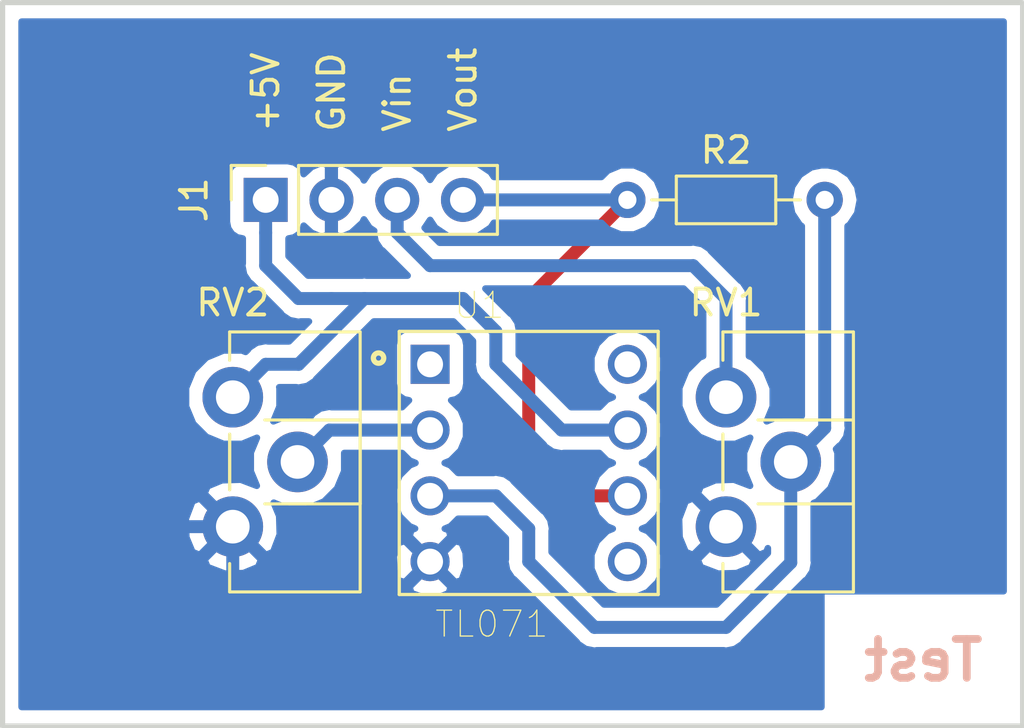
<source format=kicad_pcb>
(kicad_pcb (version 20171130) (host pcbnew "(5.0.0)")

  (general
    (thickness 1.6)
    (drawings 9)
    (tracks 46)
    (zones 0)
    (modules 5)
    (nets 10)
  )

  (page A4)
  (layers
    (0 F.Cu signal)
    (31 B.Cu signal)
    (32 B.Adhes user)
    (33 F.Adhes user)
    (34 B.Paste user)
    (35 F.Paste user)
    (36 B.SilkS user)
    (37 F.SilkS user)
    (38 B.Mask user)
    (39 F.Mask user)
    (40 Dwgs.User user)
    (41 Cmts.User user)
    (42 Eco1.User user)
    (43 Eco2.User user)
    (44 Edge.Cuts user)
    (45 Margin user)
    (46 B.CrtYd user)
    (47 F.CrtYd user)
    (48 B.Fab user)
    (49 F.Fab user)
  )

  (setup
    (last_trace_width 0.25)
    (trace_clearance 0.2)
    (zone_clearance 0.508)
    (zone_45_only no)
    (trace_min 0.2)
    (segment_width 0.2)
    (edge_width 0.15)
    (via_size 0.8)
    (via_drill 0.4)
    (via_min_size 0.4)
    (via_min_drill 0.3)
    (uvia_size 0.3)
    (uvia_drill 0.1)
    (uvias_allowed no)
    (uvia_min_size 0.2)
    (uvia_min_drill 0.1)
    (pcb_text_width 0.3)
    (pcb_text_size 1.5 1.5)
    (mod_edge_width 0.15)
    (mod_text_size 1 1)
    (mod_text_width 0.15)
    (pad_size 1.524 1.524)
    (pad_drill 0.762)
    (pad_to_mask_clearance 0.2)
    (aux_axis_origin 0 0)
    (visible_elements 7FFFFFFF)
    (pcbplotparams
      (layerselection 0x010fc_ffffffff)
      (usegerberextensions false)
      (usegerberattributes false)
      (usegerberadvancedattributes false)
      (creategerberjobfile false)
      (excludeedgelayer true)
      (linewidth 0.100000)
      (plotframeref false)
      (viasonmask false)
      (mode 1)
      (useauxorigin false)
      (hpglpennumber 1)
      (hpglpenspeed 20)
      (hpglpendiameter 15.000000)
      (psnegative false)
      (psa4output false)
      (plotreference true)
      (plotvalue true)
      (plotinvisibletext false)
      (padsonsilk false)
      (subtractmaskfromsilk false)
      (outputformat 1)
      (mirror false)
      (drillshape 1)
      (scaleselection 1)
      (outputdirectory ""))
  )

  (net 0 "")
  (net 1 /Vout)
  (net 2 "Net-(R2-Pad2)")
  (net 3 GND)
  (net 4 /Vin)
  (net 5 +5V)
  (net 6 /Vref)
  (net 7 "Net-(U1-Pad1)")
  (net 8 "Net-(U1-Pad5)")
  (net 9 "Net-(U1-Pad8)")

  (net_class Default "Ceci est la Netclass par défaut."
    (clearance 0.2)
    (trace_width 0.25)
    (via_dia 0.8)
    (via_drill 0.4)
    (uvia_dia 0.3)
    (uvia_drill 0.1)
  )

  (net_class Prod_GP ""
    (clearance 0.4)
    (trace_width 0.5)
    (via_dia 1.6)
    (via_drill 0.8)
    (uvia_dia 0.3)
    (uvia_drill 0.1)
    (add_net +5V)
    (add_net /Vin)
    (add_net /Vout)
    (add_net /Vref)
    (add_net GND)
    (add_net "Net-(R2-Pad2)")
    (add_net "Net-(U1-Pad1)")
    (add_net "Net-(U1-Pad5)")
    (add_net "Net-(U1-Pad8)")
  )

  (module Connector_DIP_Female:TE_1-2199298-2 (layer F.Cu) (tedit 0) (tstamp 5BD4D73F)
    (at 93.98 52.07)
    (path /5BB5EFF0)
    (fp_text reference U1 (at -1.91073 -6.08734) (layer F.SilkS)
      (effects (font (size 1.00039 1.00039) (thickness 0.05)))
    )
    (fp_text value TL071 (at -1.42698 6.22358) (layer F.SilkS)
      (effects (font (size 1.00138 1.00138) (thickness 0.05)))
    )
    (fp_line (start -5 -5.08) (end 5 -5.08) (layer F.SilkS) (width 0.127))
    (fp_line (start 5 -5.08) (end 5 5.08) (layer F.SilkS) (width 0.127))
    (fp_line (start 5 5.08) (end -5 5.08) (layer F.SilkS) (width 0.127))
    (fp_line (start -5 5.08) (end -5 -5.08) (layer F.SilkS) (width 0.127))
    (fp_line (start -5.25 -5.33) (end 5.25 -5.33) (layer Eco1.User) (width 0.05))
    (fp_line (start 5.25 -5.33) (end 5.25 5.33) (layer Eco1.User) (width 0.05))
    (fp_line (start 5.25 5.33) (end -5.25 5.33) (layer Eco1.User) (width 0.05))
    (fp_line (start -5.25 5.33) (end -5.25 -5.33) (layer Eco1.User) (width 0.05))
    (fp_circle (center -5.8 -4.05) (end -5.6 -4.05) (layer F.SilkS) (width 0.2032))
    (fp_line (start -5 -5.08) (end 5 -5.08) (layer Dwgs.User) (width 0.127))
    (fp_line (start 5 -5.08) (end 5 5.08) (layer Dwgs.User) (width 0.127))
    (fp_line (start 5 5.08) (end -5 5.08) (layer Dwgs.User) (width 0.127))
    (fp_line (start -5 5.08) (end -5 -5.08) (layer Dwgs.User) (width 0.127))
    (fp_circle (center -5.8 -4.05) (end -5.6 -4.05) (layer Dwgs.User) (width 0.2032))
    (pad 1 thru_hole rect (at -3.81 -3.81) (size 1.508 1.508) (drill 1) (layers *.Cu *.Mask)
      (net 7 "Net-(U1-Pad1)"))
    (pad 2 thru_hole circle (at -3.81 -1.27) (size 1.508 1.508) (drill 1) (layers *.Cu *.Mask)
      (net 6 /Vref))
    (pad 3 thru_hole circle (at -3.81 1.27) (size 1.508 1.508) (drill 1) (layers *.Cu *.Mask)
      (net 2 "Net-(R2-Pad2)"))
    (pad 4 thru_hole circle (at -3.81 3.81) (size 1.508 1.508) (drill 1) (layers *.Cu *.Mask)
      (net 3 GND))
    (pad 5 thru_hole circle (at 3.81 3.81) (size 1.508 1.508) (drill 1) (layers *.Cu *.Mask)
      (net 8 "Net-(U1-Pad5)"))
    (pad 6 thru_hole circle (at 3.81 1.27) (size 1.508 1.508) (drill 1) (layers *.Cu *.Mask)
      (net 1 /Vout))
    (pad 7 thru_hole circle (at 3.81 -1.27) (size 1.508 1.508) (drill 1) (layers *.Cu *.Mask)
      (net 5 +5V))
    (pad 8 thru_hole circle (at 3.81 -3.81) (size 1.508 1.508) (drill 1) (layers *.Cu *.Mask)
      (net 9 "Net-(U1-Pad8)"))
  )

  (module Resistor_THT:R_Axial_DIN0204_L3.6mm_D1.6mm_P7.62mm_Horizontal (layer F.Cu) (tedit 5AE5139B) (tstamp 5BD4DB7F)
    (at 97.79 41.91)
    (descr "Resistor, Axial_DIN0204 series, Axial, Horizontal, pin pitch=7.62mm, 0.167W, length*diameter=3.6*1.6mm^2, http://cdn-reichelt.de/documents/datenblatt/B400/1_4W%23YAG.pdf")
    (tags "Resistor Axial_DIN0204 series Axial Horizontal pin pitch 7.62mm 0.167W length 3.6mm diameter 1.6mm")
    (path /5BB5F1B3)
    (fp_text reference R2 (at 3.81 -1.92) (layer F.SilkS)
      (effects (font (size 1 1) (thickness 0.15)))
    )
    (fp_text value 10k (at 3.81 1.92) (layer F.Fab)
      (effects (font (size 1 1) (thickness 0.15)))
    )
    (fp_line (start 2.01 -0.8) (end 2.01 0.8) (layer F.Fab) (width 0.1))
    (fp_line (start 2.01 0.8) (end 5.61 0.8) (layer F.Fab) (width 0.1))
    (fp_line (start 5.61 0.8) (end 5.61 -0.8) (layer F.Fab) (width 0.1))
    (fp_line (start 5.61 -0.8) (end 2.01 -0.8) (layer F.Fab) (width 0.1))
    (fp_line (start 0 0) (end 2.01 0) (layer F.Fab) (width 0.1))
    (fp_line (start 7.62 0) (end 5.61 0) (layer F.Fab) (width 0.1))
    (fp_line (start 1.89 -0.92) (end 1.89 0.92) (layer F.SilkS) (width 0.12))
    (fp_line (start 1.89 0.92) (end 5.73 0.92) (layer F.SilkS) (width 0.12))
    (fp_line (start 5.73 0.92) (end 5.73 -0.92) (layer F.SilkS) (width 0.12))
    (fp_line (start 5.73 -0.92) (end 1.89 -0.92) (layer F.SilkS) (width 0.12))
    (fp_line (start 0.94 0) (end 1.89 0) (layer F.SilkS) (width 0.12))
    (fp_line (start 6.68 0) (end 5.73 0) (layer F.SilkS) (width 0.12))
    (fp_line (start -0.95 -1.05) (end -0.95 1.05) (layer F.CrtYd) (width 0.05))
    (fp_line (start -0.95 1.05) (end 8.57 1.05) (layer F.CrtYd) (width 0.05))
    (fp_line (start 8.57 1.05) (end 8.57 -1.05) (layer F.CrtYd) (width 0.05))
    (fp_line (start 8.57 -1.05) (end -0.95 -1.05) (layer F.CrtYd) (width 0.05))
    (fp_text user %R (at 3.81 0) (layer F.Fab)
      (effects (font (size 0.72 0.72) (thickness 0.108)))
    )
    (pad 1 thru_hole circle (at 0 0) (size 1.4 1.4) (drill 0.7) (layers *.Cu *.Mask)
      (net 1 /Vout))
    (pad 2 thru_hole oval (at 7.62 0) (size 1.4 1.4) (drill 0.7) (layers *.Cu *.Mask)
      (net 2 "Net-(R2-Pad2)"))
    (model ${KISYS3DMOD}/Resistor_THT.3dshapes/R_Axial_DIN0204_L3.6mm_D1.6mm_P7.62mm_Horizontal.wrl
      (at (xyz 0 0 0))
      (scale (xyz 1 1 1))
      (rotate (xyz 0 0 0))
    )
  )

  (module Potentiometer_THT:Potentiometer_ACP_CA9-H2,5_Horizontal (layer F.Cu) (tedit 5A3D4994) (tstamp 5BD4D707)
    (at 101.6 49.53)
    (descr "Potentiometer, horizontal, ACP CA9-H2,5, http://www.acptechnologies.com/wp-content/uploads/2017/05/02-ACP-CA9-CE9.pdf")
    (tags "Potentiometer horizontal ACP CA9-H2,5")
    (path /5BB5FA67)
    (fp_text reference RV1 (at 0 -3.65) (layer F.SilkS)
      (effects (font (size 1 1) (thickness 0.15)))
    )
    (fp_text value 10k (at 0 8.65) (layer F.Fab)
      (effects (font (size 1 1) (thickness 0.15)))
    )
    (fp_line (start 4.8 -2.4) (end 4.8 7.4) (layer F.Fab) (width 0.1))
    (fp_line (start 4.8 7.4) (end 0 7.4) (layer F.Fab) (width 0.1))
    (fp_line (start 0 7.4) (end 0 -2.4) (layer F.Fab) (width 0.1))
    (fp_line (start 0 -2.4) (end 4.8 -2.4) (layer F.Fab) (width 0.1))
    (fp_line (start 0 1) (end 0 4) (layer F.Fab) (width 0.1))
    (fp_line (start 0 4) (end 4.8 4) (layer F.Fab) (width 0.1))
    (fp_line (start 4.8 4) (end 4.8 1) (layer F.Fab) (width 0.1))
    (fp_line (start 4.8 1) (end 0 1) (layer F.Fab) (width 0.1))
    (fp_line (start -0.121 -2.521) (end 4.92 -2.521) (layer F.SilkS) (width 0.12))
    (fp_line (start -0.121 7.52) (end 4.92 7.52) (layer F.SilkS) (width 0.12))
    (fp_line (start 4.92 -2.521) (end 4.92 7.52) (layer F.SilkS) (width 0.12))
    (fp_line (start -0.121 6.425) (end -0.121 7.52) (layer F.SilkS) (width 0.12))
    (fp_line (start -0.121 -2.521) (end -0.121 -1.426) (layer F.SilkS) (width 0.12))
    (fp_line (start -0.121 1.426) (end -0.121 3.575) (layer F.SilkS) (width 0.12))
    (fp_line (start 1.237 0.88) (end 4.92 0.88) (layer F.SilkS) (width 0.12))
    (fp_line (start 1.237 4.12) (end 4.92 4.12) (layer F.SilkS) (width 0.12))
    (fp_line (start -0.121 1.426) (end -0.121 3.575) (layer F.SilkS) (width 0.12))
    (fp_line (start 4.92 0.88) (end 4.92 4.12) (layer F.SilkS) (width 0.12))
    (fp_line (start -1.45 -2.7) (end -1.45 7.65) (layer F.CrtYd) (width 0.05))
    (fp_line (start -1.45 7.65) (end 5.05 7.65) (layer F.CrtYd) (width 0.05))
    (fp_line (start 5.05 7.65) (end 5.05 -2.7) (layer F.CrtYd) (width 0.05))
    (fp_line (start 5.05 -2.7) (end -1.45 -2.7) (layer F.CrtYd) (width 0.05))
    (fp_text user %R (at 2.4 2.5) (layer F.Fab)
      (effects (font (size 1 1) (thickness 0.15)))
    )
    (pad 3 thru_hole circle (at 0 5) (size 2.34 2.34) (drill 1.3) (layers *.Cu *.Mask)
      (net 3 GND))
    (pad 2 thru_hole circle (at 2.5 2.5) (size 2.34 2.34) (drill 1.3) (layers *.Cu *.Mask)
      (net 2 "Net-(R2-Pad2)"))
    (pad 1 thru_hole circle (at 0 0) (size 2.34 2.34) (drill 1.3) (layers *.Cu *.Mask)
      (net 4 /Vin))
    (model ${KISYS3DMOD}/Potentiometer_THT.3dshapes/Potentiometer_ACP_CA9-H2,5_Horizontal.wrl
      (at (xyz 0 0 0))
      (scale (xyz 1 1 1))
      (rotate (xyz 0 0 0))
    )
  )

  (module Potentiometer_THT:Potentiometer_ACP_CA9-H2,5_Horizontal (layer F.Cu) (tedit 5A3D4994) (tstamp 5BD4D725)
    (at 82.55 49.53)
    (descr "Potentiometer, horizontal, ACP CA9-H2,5, http://www.acptechnologies.com/wp-content/uploads/2017/05/02-ACP-CA9-CE9.pdf")
    (tags "Potentiometer horizontal ACP CA9-H2,5")
    (path /5BBC4E38)
    (fp_text reference RV2 (at 0 -3.65) (layer F.SilkS)
      (effects (font (size 1 1) (thickness 0.15)))
    )
    (fp_text value 10k (at 0 8.65) (layer F.Fab)
      (effects (font (size 1 1) (thickness 0.15)))
    )
    (fp_text user %R (at 2.4 2.5) (layer F.Fab)
      (effects (font (size 1 1) (thickness 0.15)))
    )
    (fp_line (start 5.05 -2.7) (end -1.45 -2.7) (layer F.CrtYd) (width 0.05))
    (fp_line (start 5.05 7.65) (end 5.05 -2.7) (layer F.CrtYd) (width 0.05))
    (fp_line (start -1.45 7.65) (end 5.05 7.65) (layer F.CrtYd) (width 0.05))
    (fp_line (start -1.45 -2.7) (end -1.45 7.65) (layer F.CrtYd) (width 0.05))
    (fp_line (start 4.92 0.88) (end 4.92 4.12) (layer F.SilkS) (width 0.12))
    (fp_line (start -0.121 1.426) (end -0.121 3.575) (layer F.SilkS) (width 0.12))
    (fp_line (start 1.237 4.12) (end 4.92 4.12) (layer F.SilkS) (width 0.12))
    (fp_line (start 1.237 0.88) (end 4.92 0.88) (layer F.SilkS) (width 0.12))
    (fp_line (start -0.121 1.426) (end -0.121 3.575) (layer F.SilkS) (width 0.12))
    (fp_line (start -0.121 -2.521) (end -0.121 -1.426) (layer F.SilkS) (width 0.12))
    (fp_line (start -0.121 6.425) (end -0.121 7.52) (layer F.SilkS) (width 0.12))
    (fp_line (start 4.92 -2.521) (end 4.92 7.52) (layer F.SilkS) (width 0.12))
    (fp_line (start -0.121 7.52) (end 4.92 7.52) (layer F.SilkS) (width 0.12))
    (fp_line (start -0.121 -2.521) (end 4.92 -2.521) (layer F.SilkS) (width 0.12))
    (fp_line (start 4.8 1) (end 0 1) (layer F.Fab) (width 0.1))
    (fp_line (start 4.8 4) (end 4.8 1) (layer F.Fab) (width 0.1))
    (fp_line (start 0 4) (end 4.8 4) (layer F.Fab) (width 0.1))
    (fp_line (start 0 1) (end 0 4) (layer F.Fab) (width 0.1))
    (fp_line (start 0 -2.4) (end 4.8 -2.4) (layer F.Fab) (width 0.1))
    (fp_line (start 0 7.4) (end 0 -2.4) (layer F.Fab) (width 0.1))
    (fp_line (start 4.8 7.4) (end 0 7.4) (layer F.Fab) (width 0.1))
    (fp_line (start 4.8 -2.4) (end 4.8 7.4) (layer F.Fab) (width 0.1))
    (pad 1 thru_hole circle (at 0 0) (size 2.34 2.34) (drill 1.3) (layers *.Cu *.Mask)
      (net 5 +5V))
    (pad 2 thru_hole circle (at 2.5 2.5) (size 2.34 2.34) (drill 1.3) (layers *.Cu *.Mask)
      (net 6 /Vref))
    (pad 3 thru_hole circle (at 0 5) (size 2.34 2.34) (drill 1.3) (layers *.Cu *.Mask)
      (net 3 GND))
    (model ${KISYS3DMOD}/Potentiometer_THT.3dshapes/Potentiometer_ACP_CA9-H2,5_Horizontal.wrl
      (at (xyz 0 0 0))
      (scale (xyz 1 1 1))
      (rotate (xyz 0 0 0))
    )
  )

  (module Connector_PinSocket_2.54mm:PinSocket_1x04_P2.54mm_Vertical (layer F.Cu) (tedit 5A19A429) (tstamp 5BD4E5E6)
    (at 83.82 41.91 90)
    (descr "Through hole straight socket strip, 1x04, 2.54mm pitch, single row (from Kicad 4.0.7), script generated")
    (tags "Through hole socket strip THT 1x04 2.54mm single row")
    (path /5BBC5512)
    (fp_text reference J1 (at 0 -2.77 90) (layer F.SilkS)
      (effects (font (size 1 1) (thickness 0.15)))
    )
    (fp_text value Conn_01x04_Female (at 2.54 5.08 180) (layer F.Fab)
      (effects (font (size 1 1) (thickness 0.15)))
    )
    (fp_line (start -1.27 -1.27) (end 0.635 -1.27) (layer F.Fab) (width 0.1))
    (fp_line (start 0.635 -1.27) (end 1.27 -0.635) (layer F.Fab) (width 0.1))
    (fp_line (start 1.27 -0.635) (end 1.27 8.89) (layer F.Fab) (width 0.1))
    (fp_line (start 1.27 8.89) (end -1.27 8.89) (layer F.Fab) (width 0.1))
    (fp_line (start -1.27 8.89) (end -1.27 -1.27) (layer F.Fab) (width 0.1))
    (fp_line (start -1.33 1.27) (end 1.33 1.27) (layer F.SilkS) (width 0.12))
    (fp_line (start -1.33 1.27) (end -1.33 8.95) (layer F.SilkS) (width 0.12))
    (fp_line (start -1.33 8.95) (end 1.33 8.95) (layer F.SilkS) (width 0.12))
    (fp_line (start 1.33 1.27) (end 1.33 8.95) (layer F.SilkS) (width 0.12))
    (fp_line (start 1.33 -1.33) (end 1.33 0) (layer F.SilkS) (width 0.12))
    (fp_line (start 0 -1.33) (end 1.33 -1.33) (layer F.SilkS) (width 0.12))
    (fp_line (start -1.8 -1.8) (end 1.75 -1.8) (layer F.CrtYd) (width 0.05))
    (fp_line (start 1.75 -1.8) (end 1.75 9.4) (layer F.CrtYd) (width 0.05))
    (fp_line (start 1.75 9.4) (end -1.8 9.4) (layer F.CrtYd) (width 0.05))
    (fp_line (start -1.8 9.4) (end -1.8 -1.8) (layer F.CrtYd) (width 0.05))
    (fp_text user %R (at 0 3.81 180) (layer F.Fab)
      (effects (font (size 1 1) (thickness 0.15)))
    )
    (pad 1 thru_hole rect (at 0 0 90) (size 1.7 1.7) (drill 1) (layers *.Cu *.Mask)
      (net 5 +5V))
    (pad 2 thru_hole oval (at 0 2.54 90) (size 1.7 1.7) (drill 1) (layers *.Cu *.Mask)
      (net 3 GND))
    (pad 3 thru_hole oval (at 0 5.08 90) (size 1.7 1.7) (drill 1) (layers *.Cu *.Mask)
      (net 4 /Vin))
    (pad 4 thru_hole oval (at 0 7.62 90) (size 1.7 1.7) (drill 1) (layers *.Cu *.Mask)
      (net 1 /Vout))
    (model ${KISYS3DMOD}/Connector_PinSocket_2.54mm.3dshapes/PinSocket_1x04_P2.54mm_Vertical.wrl
      (at (xyz 0 0 0))
      (scale (xyz 1 1 1))
      (rotate (xyz 0 0 0))
    )
  )

  (gr_text Vout (at 91.44 39.37 90) (layer F.SilkS)
    (effects (font (size 1 1) (thickness 0.15)) (justify left))
  )
  (gr_text Vin (at 88.9 39.37 90) (layer F.SilkS)
    (effects (font (size 1 1) (thickness 0.15)) (justify left))
  )
  (gr_text GND (at 86.36 39.37 90) (layer F.SilkS)
    (effects (font (size 1 1) (thickness 0.15)) (justify left))
  )
  (gr_text +5V (at 83.82 39.37 90) (layer F.SilkS)
    (effects (font (size 1 1) (thickness 0.15)) (justify left))
  )
  (gr_text Test (at 109.22 59.69) (layer B.SilkS)
    (effects (font (size 1.5 1.5) (thickness 0.3)) (justify mirror))
  )
  (gr_line (start 113.03 62.23) (end 113.03 34.29) (layer Edge.Cuts) (width 0.15))
  (gr_line (start 73.66 62.23) (end 73.66 34.29) (layer Edge.Cuts) (width 0.2))
  (gr_line (start 113.03 62.23) (end 73.66 62.23) (layer Edge.Cuts) (width 0.2))
  (gr_line (start 73.66 34.29) (end 113.03 34.29) (layer Edge.Cuts) (width 0.2))

  (segment (start 91.44 41.91) (end 97.79 41.91) (width 0.5) (layer B.Cu) (net 1))
  (segment (start 95.25 53.34) (end 97.79 53.34) (width 0.5) (layer F.Cu) (net 1))
  (segment (start 93.98 52.07) (end 95.25 53.34) (width 0.5) (layer F.Cu) (net 1))
  (segment (start 97.79 41.91) (end 93.98 45.72) (width 0.5) (layer F.Cu) (net 1))
  (segment (start 93.98 45.72) (end 93.98 52.07) (width 0.5) (layer F.Cu) (net 1))
  (segment (start 105.41 50.72) (end 104.1 52.03) (width 0.5) (layer B.Cu) (net 2))
  (segment (start 105.41 41.91) (end 105.41 50.72) (width 0.5) (layer B.Cu) (net 2))
  (segment (start 90.17 53.34) (end 92.71 53.34) (width 0.5) (layer B.Cu) (net 2))
  (segment (start 92.71 53.34) (end 93.98 54.61) (width 0.5) (layer B.Cu) (net 2))
  (segment (start 93.98 54.61) (end 93.98 55.88) (width 0.5) (layer B.Cu) (net 2))
  (segment (start 93.98 55.88) (end 96.52 58.42) (width 0.5) (layer B.Cu) (net 2))
  (segment (start 96.52 58.42) (end 101.6 58.42) (width 0.5) (layer B.Cu) (net 2))
  (segment (start 104.1 55.92) (end 104.1 52.03) (width 0.5) (layer B.Cu) (net 2))
  (segment (start 101.6 58.42) (end 104.1 55.92) (width 0.5) (layer B.Cu) (net 2))
  (segment (start 87.63 58.42) (end 90.17 55.88) (width 0.5) (layer B.Cu) (net 3))
  (segment (start 82.55 57.15) (end 83.82 58.42) (width 0.5) (layer B.Cu) (net 3))
  (segment (start 87.63 58.42) (end 83.82 58.42) (width 0.5) (layer B.Cu) (net 3))
  (segment (start 82.55 54.53) (end 82.55 57.15) (width 0.5) (layer B.Cu) (net 3))
  (segment (start 86.36 39.37) (end 86.36 41.91) (width 0.5) (layer B.Cu) (net 3))
  (segment (start 82.55 54.53) (end 79.93 54.53) (width 0.5) (layer B.Cu) (net 3))
  (segment (start 78.74 53.34) (end 78.74 40.64) (width 0.5) (layer B.Cu) (net 3))
  (segment (start 79.93 54.53) (end 78.74 53.34) (width 0.5) (layer B.Cu) (net 3))
  (segment (start 81.28 38.1) (end 85.09 38.1) (width 0.5) (layer B.Cu) (net 3))
  (segment (start 78.74 40.64) (end 81.28 38.1) (width 0.5) (layer B.Cu) (net 3))
  (segment (start 85.09 38.1) (end 86.36 39.37) (width 0.5) (layer B.Cu) (net 3))
  (segment (start 101.6 45.72) (end 101.6 49.53) (width 0.5) (layer B.Cu) (net 4))
  (segment (start 100.33 44.45) (end 101.6 45.72) (width 0.5) (layer B.Cu) (net 4))
  (segment (start 90.17 44.45) (end 100.33 44.45) (width 0.5) (layer B.Cu) (net 4))
  (segment (start 88.9 41.91) (end 88.9 43.18) (width 0.5) (layer B.Cu) (net 4))
  (segment (start 88.9 43.18) (end 90.17 44.45) (width 0.5) (layer B.Cu) (net 4))
  (segment (start 83.82 44.45) (end 83.82 43.18) (width 0.5) (layer B.Cu) (net 5))
  (segment (start 95.25 50.8) (end 92.71 48.26) (width 0.5) (layer B.Cu) (net 5))
  (segment (start 97.79 50.8) (end 95.25 50.8) (width 0.5) (layer B.Cu) (net 5))
  (segment (start 83.82 43.18) (end 83.82 41.91) (width 0.5) (layer B.Cu) (net 5))
  (segment (start 92.71 48.26) (end 92.71 46.99) (width 0.5) (layer B.Cu) (net 5))
  (segment (start 92.71 46.99) (end 91.44 45.72) (width 0.5) (layer B.Cu) (net 5))
  (segment (start 85.09 45.72) (end 83.82 44.45) (width 0.5) (layer B.Cu) (net 5))
  (segment (start 86.36 45.72) (end 85.09 45.72) (width 0.5) (layer B.Cu) (net 5))
  (segment (start 86.36 46.99) (end 85.09 48.26) (width 0.5) (layer B.Cu) (net 5))
  (segment (start 83.82 48.26) (end 82.55 49.53) (width 0.5) (layer B.Cu) (net 5))
  (segment (start 85.09 48.26) (end 83.82 48.26) (width 0.5) (layer B.Cu) (net 5))
  (segment (start 86.36 46.99) (end 87.63 45.72) (width 0.5) (layer B.Cu) (net 5))
  (segment (start 91.44 45.72) (end 87.63 45.72) (width 0.5) (layer B.Cu) (net 5))
  (segment (start 87.63 45.72) (end 86.36 45.72) (width 0.5) (layer B.Cu) (net 5))
  (segment (start 85.05 52.03) (end 86.28 50.8) (width 0.5) (layer B.Cu) (net 6))
  (segment (start 86.28 50.8) (end 90.17 50.8) (width 0.5) (layer B.Cu) (net 6))

  (zone (net 3) (net_name GND) (layer B.Cu) (tstamp 0) (hatch edge 0.508)
    (connect_pads (clearance 0.508))
    (min_thickness 0.254)
    (fill yes (arc_segments 16) (thermal_gap 0.508) (thermal_bridge_width 0.508))
    (polygon
      (pts
        (xy 73.66 34.29) (xy 113.03 34.29) (xy 113.03 62.23) (xy 73.66 62.23)
      )
    )
    (filled_polygon
      (pts
        (xy 112.32 57.023) (xy 105.41 57.023) (xy 105.361399 57.032667) (xy 105.320197 57.060197) (xy 105.292667 57.101399)
        (xy 105.283 57.15) (xy 105.283 61.495) (xy 74.395 61.495) (xy 74.395 56.854416) (xy 89.375189 56.854416)
        (xy 89.443671 57.095772) (xy 89.964214 57.281181) (xy 90.516088 57.253273) (xy 90.896329 57.095772) (xy 90.964811 56.854416)
        (xy 90.17 56.059605) (xy 89.375189 56.854416) (xy 74.395 56.854416) (xy 74.395 55.805486) (xy 81.45412 55.805486)
        (xy 81.573586 56.089984) (xy 82.24489 56.344894) (xy 82.962646 56.323504) (xy 83.526414 56.089984) (xy 83.64588 55.805486)
        (xy 83.514609 55.674214) (xy 88.768819 55.674214) (xy 88.796727 56.226088) (xy 88.954228 56.606329) (xy 89.195584 56.674811)
        (xy 89.990395 55.88) (xy 90.349605 55.88) (xy 91.144416 56.674811) (xy 91.385772 56.606329) (xy 91.571181 56.085786)
        (xy 91.543273 55.533912) (xy 91.385772 55.153671) (xy 91.144416 55.085189) (xy 90.349605 55.88) (xy 89.990395 55.88)
        (xy 89.195584 55.085189) (xy 88.954228 55.153671) (xy 88.768819 55.674214) (xy 83.514609 55.674214) (xy 82.55 54.709605)
        (xy 81.45412 55.805486) (xy 74.395 55.805486) (xy 74.395 54.22489) (xy 80.735106 54.22489) (xy 80.756496 54.942646)
        (xy 80.990016 55.506414) (xy 81.274514 55.62588) (xy 82.370395 54.53) (xy 81.274514 53.43412) (xy 80.990016 53.553586)
        (xy 80.735106 54.22489) (xy 74.395 54.22489) (xy 74.395 49.170963) (xy 80.745 49.170963) (xy 80.745 49.889037)
        (xy 81.019795 50.55245) (xy 81.52755 51.060205) (xy 82.190963 51.335) (xy 82.909037 51.335) (xy 83.482562 51.097438)
        (xy 83.245 51.670963) (xy 83.245 52.389037) (xy 83.478041 52.951648) (xy 82.85511 52.715106) (xy 82.137354 52.736496)
        (xy 81.573586 52.970016) (xy 81.45412 53.254514) (xy 82.55 54.350395) (xy 82.564142 54.336252) (xy 82.743748 54.515858)
        (xy 82.729605 54.53) (xy 83.825486 55.62588) (xy 84.109984 55.506414) (xy 84.364894 54.83511) (xy 84.343504 54.117354)
        (xy 84.130366 53.602793) (xy 84.690963 53.835) (xy 85.409037 53.835) (xy 86.07245 53.560205) (xy 86.580205 53.05245)
        (xy 86.855 52.389037) (xy 86.855 51.685) (xy 89.090658 51.685) (xy 89.383195 51.977537) (xy 89.60642 52.07)
        (xy 89.383195 52.162463) (xy 88.992463 52.553195) (xy 88.781 53.063711) (xy 88.781 53.616289) (xy 88.992463 54.126805)
        (xy 89.383195 54.517537) (xy 89.590505 54.603408) (xy 89.443671 54.664228) (xy 89.375189 54.905584) (xy 90.17 55.700395)
        (xy 90.964811 54.905584) (xy 90.896329 54.664228) (xy 90.738435 54.607989) (xy 90.956805 54.517537) (xy 91.249342 54.225)
        (xy 92.343422 54.225) (xy 93.095 54.976579) (xy 93.095001 55.792835) (xy 93.077663 55.88) (xy 93.146348 56.225309)
        (xy 93.292576 56.444154) (xy 93.292578 56.444156) (xy 93.341952 56.518049) (xy 93.415845 56.567423) (xy 95.832577 58.984156)
        (xy 95.881951 59.058049) (xy 95.955844 59.107423) (xy 95.955845 59.107424) (xy 96.06688 59.181615) (xy 96.17469 59.253652)
        (xy 96.432835 59.305) (xy 96.432839 59.305) (xy 96.519999 59.322337) (xy 96.607159 59.305) (xy 101.512839 59.305)
        (xy 101.6 59.322337) (xy 101.687161 59.305) (xy 101.687165 59.305) (xy 101.94531 59.253652) (xy 102.238049 59.058049)
        (xy 102.287425 58.984153) (xy 104.664156 56.607423) (xy 104.738049 56.558049) (xy 104.880476 56.344894) (xy 104.933652 56.26531)
        (xy 104.941609 56.225309) (xy 104.985 56.007165) (xy 104.985 56.007161) (xy 105.002337 55.92) (xy 104.985 55.832839)
        (xy 104.985 53.617139) (xy 105.12245 53.560205) (xy 105.630205 53.05245) (xy 105.905 52.389037) (xy 105.905 51.670963)
        (xy 105.848066 51.533513) (xy 105.974156 51.407423) (xy 106.048049 51.358049) (xy 106.190198 51.14531) (xy 106.243652 51.06531)
        (xy 106.255141 51.00755) (xy 106.295 50.807165) (xy 106.295 50.807161) (xy 106.312337 50.72) (xy 106.295 50.632839)
        (xy 106.295 42.924252) (xy 106.372481 42.872481) (xy 106.667542 42.430891) (xy 106.771154 41.91) (xy 106.667542 41.389109)
        (xy 106.372481 40.947519) (xy 105.930891 40.652458) (xy 105.541485 40.575) (xy 105.278515 40.575) (xy 104.889109 40.652458)
        (xy 104.447519 40.947519) (xy 104.152458 41.389109) (xy 104.048846 41.91) (xy 104.152458 42.430891) (xy 104.447519 42.872481)
        (xy 104.525 42.924252) (xy 104.525001 50.252323) (xy 104.459037 50.225) (xy 103.740963 50.225) (xy 103.167438 50.462562)
        (xy 103.405 49.889037) (xy 103.405 49.170963) (xy 103.130205 48.50755) (xy 102.62245 47.999795) (xy 102.485 47.942861)
        (xy 102.485 45.807159) (xy 102.502337 45.719999) (xy 102.485 45.632839) (xy 102.485 45.632835) (xy 102.433652 45.37469)
        (xy 102.238049 45.081951) (xy 102.164156 45.032577) (xy 101.017425 43.885847) (xy 100.968049 43.811951) (xy 100.67531 43.616348)
        (xy 100.417165 43.565) (xy 100.417161 43.565) (xy 100.33 43.547663) (xy 100.242839 43.565) (xy 90.536579 43.565)
        (xy 89.959582 42.988004) (xy 89.970625 42.980625) (xy 90.17 42.682239) (xy 90.369375 42.980625) (xy 90.860582 43.308839)
        (xy 91.293744 43.395) (xy 91.586256 43.395) (xy 92.019418 43.308839) (xy 92.510625 42.980625) (xy 92.634656 42.795)
        (xy 96.787025 42.795) (xy 97.033783 43.041758) (xy 97.524452 43.245) (xy 98.055548 43.245) (xy 98.546217 43.041758)
        (xy 98.921758 42.666217) (xy 99.125 42.175548) (xy 99.125 41.644452) (xy 98.921758 41.153783) (xy 98.546217 40.778242)
        (xy 98.055548 40.575) (xy 97.524452 40.575) (xy 97.033783 40.778242) (xy 96.787025 41.025) (xy 92.634656 41.025)
        (xy 92.510625 40.839375) (xy 92.019418 40.511161) (xy 91.586256 40.425) (xy 91.293744 40.425) (xy 90.860582 40.511161)
        (xy 90.369375 40.839375) (xy 90.17 41.137761) (xy 89.970625 40.839375) (xy 89.479418 40.511161) (xy 89.046256 40.425)
        (xy 88.753744 40.425) (xy 88.320582 40.511161) (xy 87.829375 40.839375) (xy 87.616157 41.158478) (xy 87.555183 41.028642)
        (xy 87.126924 40.638355) (xy 86.71689 40.468524) (xy 86.487 40.589845) (xy 86.487 41.783) (xy 86.507 41.783)
        (xy 86.507 42.037) (xy 86.487 42.037) (xy 86.487 43.230155) (xy 86.71689 43.351476) (xy 87.126924 43.181645)
        (xy 87.555183 42.791358) (xy 87.616157 42.661522) (xy 87.829375 42.980625) (xy 88.012925 43.103269) (xy 87.997663 43.18)
        (xy 88.066348 43.525309) (xy 88.212576 43.744154) (xy 88.212578 43.744156) (xy 88.261952 43.818049) (xy 88.335845 43.867423)
        (xy 89.303421 44.835) (xy 87.717159 44.835) (xy 87.629999 44.817663) (xy 87.542839 44.835) (xy 85.456579 44.835)
        (xy 84.705 44.083422) (xy 84.705 43.400478) (xy 84.917765 43.358157) (xy 85.127809 43.217809) (xy 85.268157 43.007765)
        (xy 85.288739 42.904292) (xy 85.593076 43.181645) (xy 86.00311 43.351476) (xy 86.233 43.230155) (xy 86.233 42.037)
        (xy 86.213 42.037) (xy 86.213 41.783) (xy 86.233 41.783) (xy 86.233 40.589845) (xy 86.00311 40.468524)
        (xy 85.593076 40.638355) (xy 85.288739 40.915708) (xy 85.268157 40.812235) (xy 85.127809 40.602191) (xy 84.917765 40.461843)
        (xy 84.67 40.41256) (xy 82.97 40.41256) (xy 82.722235 40.461843) (xy 82.512191 40.602191) (xy 82.371843 40.812235)
        (xy 82.32256 41.06) (xy 82.32256 42.76) (xy 82.371843 43.007765) (xy 82.512191 43.217809) (xy 82.722235 43.358157)
        (xy 82.935001 43.400478) (xy 82.935 44.362839) (xy 82.917663 44.45) (xy 82.935 44.537161) (xy 82.935 44.537164)
        (xy 82.986348 44.795309) (xy 83.181951 45.088049) (xy 83.255846 45.137424) (xy 84.402576 46.284155) (xy 84.451951 46.358049)
        (xy 84.525844 46.407423) (xy 84.525845 46.407424) (xy 84.63688 46.481615) (xy 84.74469 46.553652) (xy 85.002835 46.605)
        (xy 85.002839 46.605) (xy 85.089999 46.622337) (xy 85.177159 46.605) (xy 85.493421 46.605) (xy 84.723422 47.375)
        (xy 83.907159 47.375) (xy 83.819999 47.357663) (xy 83.732839 47.375) (xy 83.732835 47.375) (xy 83.47469 47.426348)
        (xy 83.474688 47.426349) (xy 83.474689 47.426349) (xy 83.255845 47.572576) (xy 83.255844 47.572577) (xy 83.181951 47.621951)
        (xy 83.132577 47.695844) (xy 83.046487 47.781934) (xy 82.909037 47.725) (xy 82.190963 47.725) (xy 81.52755 47.999795)
        (xy 81.019795 48.50755) (xy 80.745 49.170963) (xy 74.395 49.170963) (xy 74.395 35.025) (xy 112.320001 35.025)
      )
    )
    (filled_polygon
      (pts
        (xy 100.715 46.086579) (xy 100.715001 47.942861) (xy 100.57755 47.999795) (xy 100.069795 48.50755) (xy 99.795 49.170963)
        (xy 99.795 49.889037) (xy 100.069795 50.55245) (xy 100.57755 51.060205) (xy 101.240963 51.335) (xy 101.959037 51.335)
        (xy 102.532562 51.097438) (xy 102.295 51.670963) (xy 102.295 52.389037) (xy 102.528041 52.951648) (xy 101.90511 52.715106)
        (xy 101.187354 52.736496) (xy 100.623586 52.970016) (xy 100.50412 53.254514) (xy 101.6 54.350395) (xy 101.614142 54.336252)
        (xy 101.793748 54.515858) (xy 101.779605 54.53) (xy 102.875486 55.62588) (xy 103.159984 55.506414) (xy 103.215 55.361529)
        (xy 103.215 55.553421) (xy 101.233422 57.535) (xy 96.886579 57.535) (xy 94.865 55.513422) (xy 94.865 54.697159)
        (xy 94.882337 54.609999) (xy 94.865 54.522839) (xy 94.865 54.522835) (xy 94.813652 54.26469) (xy 94.618049 53.971951)
        (xy 94.544156 53.922577) (xy 93.397425 52.775847) (xy 93.348049 52.701951) (xy 93.05531 52.506348) (xy 92.797165 52.455)
        (xy 92.797161 52.455) (xy 92.71 52.437663) (xy 92.622839 52.455) (xy 91.249342 52.455) (xy 90.956805 52.162463)
        (xy 90.73358 52.07) (xy 90.956805 51.977537) (xy 91.347537 51.586805) (xy 91.559 51.076289) (xy 91.559 50.523711)
        (xy 91.347537 50.013195) (xy 90.983873 49.649531) (xy 91.171765 49.612157) (xy 91.381809 49.471809) (xy 91.522157 49.261765)
        (xy 91.57144 49.014) (xy 91.57144 47.506) (xy 91.522157 47.258235) (xy 91.381809 47.048191) (xy 91.171765 46.907843)
        (xy 90.924 46.85856) (xy 89.416 46.85856) (xy 89.168235 46.907843) (xy 88.958191 47.048191) (xy 88.817843 47.258235)
        (xy 88.76856 47.506) (xy 88.76856 49.014) (xy 88.817843 49.261765) (xy 88.958191 49.471809) (xy 89.168235 49.612157)
        (xy 89.356127 49.649531) (xy 89.090658 49.915) (xy 86.367161 49.915) (xy 86.28 49.897663) (xy 86.192839 49.915)
        (xy 86.192835 49.915) (xy 85.93469 49.966348) (xy 85.715845 50.112576) (xy 85.715844 50.112577) (xy 85.641951 50.161951)
        (xy 85.592577 50.235844) (xy 85.546487 50.281934) (xy 85.409037 50.225) (xy 84.690963 50.225) (xy 84.117438 50.462562)
        (xy 84.355 49.889037) (xy 84.355 49.170963) (xy 84.344246 49.145) (xy 85.002839 49.145) (xy 85.09 49.162337)
        (xy 85.177161 49.145) (xy 85.177165 49.145) (xy 85.43531 49.093652) (xy 85.728049 48.898049) (xy 85.777425 48.824153)
        (xy 87.047424 47.554155) (xy 87.047426 47.554152) (xy 87.996579 46.605) (xy 91.073422 46.605) (xy 91.825001 47.356579)
        (xy 91.825 48.172839) (xy 91.807663 48.26) (xy 91.825 48.347161) (xy 91.825 48.347164) (xy 91.876348 48.605309)
        (xy 92.071951 48.898049) (xy 92.145846 48.947424) (xy 94.562576 51.364155) (xy 94.611951 51.438049) (xy 94.685844 51.487423)
        (xy 94.685845 51.487424) (xy 94.784962 51.553652) (xy 94.90469 51.633652) (xy 95.162835 51.685) (xy 95.162839 51.685)
        (xy 95.249999 51.702337) (xy 95.337159 51.685) (xy 96.710658 51.685) (xy 97.003195 51.977537) (xy 97.22642 52.07)
        (xy 97.003195 52.162463) (xy 96.612463 52.553195) (xy 96.401 53.063711) (xy 96.401 53.616289) (xy 96.612463 54.126805)
        (xy 97.003195 54.517537) (xy 97.22642 54.61) (xy 97.003195 54.702463) (xy 96.612463 55.093195) (xy 96.401 55.603711)
        (xy 96.401 56.156289) (xy 96.612463 56.666805) (xy 97.003195 57.057537) (xy 97.513711 57.269) (xy 98.066289 57.269)
        (xy 98.576805 57.057537) (xy 98.967537 56.666805) (xy 99.179 56.156289) (xy 99.179 55.805486) (xy 100.50412 55.805486)
        (xy 100.623586 56.089984) (xy 101.29489 56.344894) (xy 102.012646 56.323504) (xy 102.576414 56.089984) (xy 102.69588 55.805486)
        (xy 101.6 54.709605) (xy 100.50412 55.805486) (xy 99.179 55.805486) (xy 99.179 55.603711) (xy 98.967537 55.093195)
        (xy 98.576805 54.702463) (xy 98.35358 54.61) (xy 98.576805 54.517537) (xy 98.869452 54.22489) (xy 99.785106 54.22489)
        (xy 99.806496 54.942646) (xy 100.040016 55.506414) (xy 100.324514 55.62588) (xy 101.420395 54.53) (xy 100.324514 53.43412)
        (xy 100.040016 53.553586) (xy 99.785106 54.22489) (xy 98.869452 54.22489) (xy 98.967537 54.126805) (xy 99.179 53.616289)
        (xy 99.179 53.063711) (xy 98.967537 52.553195) (xy 98.576805 52.162463) (xy 98.35358 52.07) (xy 98.576805 51.977537)
        (xy 98.967537 51.586805) (xy 99.179 51.076289) (xy 99.179 50.523711) (xy 98.967537 50.013195) (xy 98.576805 49.622463)
        (xy 98.35358 49.53) (xy 98.576805 49.437537) (xy 98.967537 49.046805) (xy 99.179 48.536289) (xy 99.179 47.983711)
        (xy 98.967537 47.473195) (xy 98.576805 47.082463) (xy 98.066289 46.871) (xy 97.513711 46.871) (xy 97.003195 47.082463)
        (xy 96.612463 47.473195) (xy 96.401 47.983711) (xy 96.401 48.536289) (xy 96.612463 49.046805) (xy 97.003195 49.437537)
        (xy 97.22642 49.53) (xy 97.003195 49.622463) (xy 96.710658 49.915) (xy 95.616579 49.915) (xy 93.595 47.893422)
        (xy 93.595 47.077159) (xy 93.612337 46.989999) (xy 93.595 46.902839) (xy 93.595 46.902835) (xy 93.543652 46.64469)
        (xy 93.471615 46.53688) (xy 93.397424 46.425845) (xy 93.397423 46.425844) (xy 93.348049 46.351951) (xy 93.274156 46.302577)
        (xy 92.306578 45.335) (xy 99.963422 45.335)
      )
    )
  )
  (zone (net 0) (net_name "") (layer B.Cu) (tstamp 0) (hatch edge 0.508)
    (connect_pads (clearance 0.508))
    (min_thickness 0.254)
    (keepout (tracks not_allowed) (vias not_allowed) (copperpour not_allowed))
    (fill (arc_segments 16) (thermal_gap 0.508) (thermal_bridge_width 0.508))
    (polygon
      (pts
        (xy 113.03 62.23) (xy 113.03 57.15) (xy 105.41 57.15) (xy 105.41 62.23)
      )
    )
  )
)

</source>
